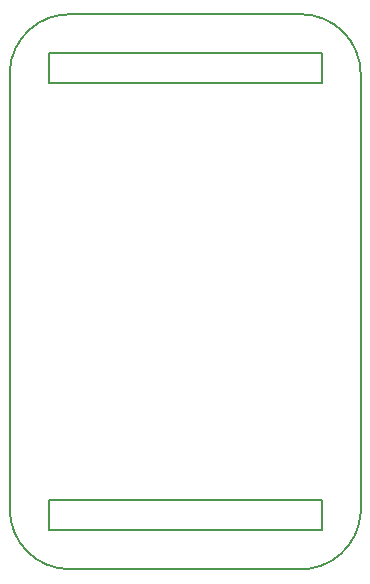
<source format=gbr>
G04 #@! TF.FileFunction,Profile,NP*
%FSLAX46Y46*%
G04 Gerber Fmt 4.6, Leading zero omitted, Abs format (unit mm)*
G04 Created by KiCad (PCBNEW 4.0.5+dfsg1-4) date Thu Mar 22 11:03:11 2018*
%MOMM*%
%LPD*%
G01*
G04 APERTURE LIST*
%ADD10C,0.100000*%
%ADD11C,0.150000*%
G04 APERTURE END LIST*
D10*
D11*
X119888000Y-72644000D02*
X119888000Y-109728000D01*
X144526000Y-67818000D02*
X125222000Y-67818000D01*
X149606000Y-109982000D02*
X149606000Y-72898000D01*
X124968000Y-114808000D02*
X144272000Y-114808000D01*
X149606000Y-72898000D02*
G75*
G03X144526000Y-67818000I-5080000J0D01*
G01*
X125222000Y-67818000D02*
G75*
G03X119888000Y-72644000I-254000J-5080000D01*
G01*
X144272000Y-114808000D02*
G75*
G03X149606000Y-109982000I254000J5080000D01*
G01*
X119888000Y-109728000D02*
G75*
G03X124968000Y-114808000I5080000J0D01*
G01*
X123190000Y-111506000D02*
X123190000Y-108966000D01*
X146304000Y-111506000D02*
X123190000Y-111506000D01*
X146304000Y-108966000D02*
X146304000Y-111506000D01*
X123190000Y-108966000D02*
X146304000Y-108966000D01*
X123190000Y-71120000D02*
X123190000Y-73660000D01*
X146304000Y-71120000D02*
X123190000Y-71120000D01*
X146304000Y-73660000D02*
X146304000Y-71120000D01*
X123190000Y-73660000D02*
X146304000Y-73660000D01*
M02*

</source>
